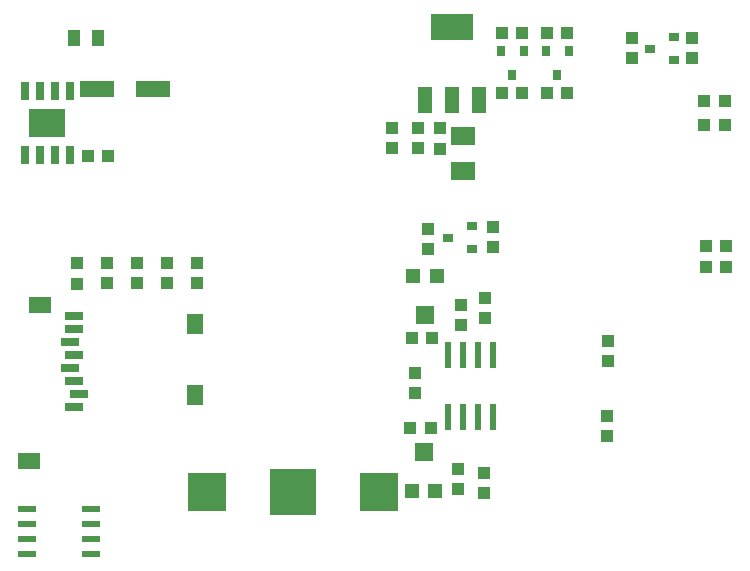
<source format=gbr>
G04 EAGLE Gerber RS-274X export*
G75*
%MOMM*%
%FSLAX34Y34*%
%LPD*%
%INSolderpaste Top*%
%IPPOS*%
%AMOC8*
5,1,8,0,0,1.08239X$1,22.5*%
G01*
%ADD10R,1.900000X1.400000*%
%ADD11R,1.400000X1.800000*%
%ADD12R,1.500000X0.700000*%
%ADD13R,1.100000X1.000000*%
%ADD14R,1.080000X1.050000*%
%ADD15R,0.600000X2.200000*%
%ADD16R,1.050000X1.080000*%
%ADD17R,1.500000X1.600000*%
%ADD18R,1.200000X1.200000*%
%ADD19R,0.650000X1.525000*%
%ADD20R,3.100000X2.400000*%
%ADD21R,1.000000X1.100000*%
%ADD22R,3.000000X1.400000*%
%ADD23R,1.100000X1.400000*%
%ADD24R,0.787400X0.889000*%
%ADD25R,0.889000X0.787400*%
%ADD26R,1.550000X0.600000*%
%ADD27R,3.962400X3.962400*%
%ADD28R,3.175000X3.175000*%
%ADD29R,2.000000X1.500000*%
%ADD30R,1.219200X2.235200*%
%ADD31R,3.600000X2.200000*%


D10*
X32240Y227140D03*
X23240Y95140D03*
D11*
X163240Y211140D03*
X163240Y151140D03*
D12*
X61240Y218140D03*
X61240Y207140D03*
X57240Y196140D03*
X61240Y185140D03*
X57240Y174140D03*
X61240Y163140D03*
X65240Y152140D03*
X61240Y141140D03*
D13*
X114300Y245500D03*
X114300Y262500D03*
X88900Y245500D03*
X88900Y262500D03*
X139700Y245500D03*
X139700Y262500D03*
X165100Y245500D03*
X165100Y262500D03*
D14*
X63500Y245250D03*
X63500Y262750D03*
D13*
X513080Y179460D03*
X513080Y196460D03*
X511810Y132960D03*
X511810Y115960D03*
D15*
X389890Y132750D03*
X389890Y184750D03*
X377190Y132750D03*
X402590Y132750D03*
X415290Y132750D03*
X377190Y184750D03*
X402590Y184750D03*
X415290Y184750D03*
D13*
X388620Y209940D03*
X388620Y226940D03*
X386080Y88510D03*
X386080Y71510D03*
D16*
X363080Y123190D03*
X345580Y123190D03*
X364350Y199390D03*
X346850Y199390D03*
D17*
X356870Y102630D03*
D18*
X346870Y69380D03*
X366870Y69380D03*
D17*
X358140Y218680D03*
D18*
X368140Y251930D03*
X348140Y251930D03*
D19*
X19050Y353880D03*
X31750Y353880D03*
X44450Y353880D03*
X57150Y353880D03*
X57150Y408120D03*
X44450Y408120D03*
X31750Y408120D03*
X19050Y408120D03*
D20*
X38100Y381000D03*
D21*
X89780Y353060D03*
X72780Y353060D03*
D22*
X128140Y410210D03*
X80140Y410210D03*
D23*
X81120Y453390D03*
X61120Y453390D03*
D24*
X479806Y441960D03*
X460502Y441960D03*
X470154Y421640D03*
D21*
X461400Y457200D03*
X478400Y457200D03*
X478400Y406400D03*
X461400Y406400D03*
D24*
X441706Y441960D03*
X422402Y441960D03*
X432054Y421640D03*
D21*
X423300Y457200D03*
X440300Y457200D03*
X423300Y406400D03*
X440300Y406400D03*
D25*
X568960Y434594D03*
X568960Y453898D03*
X548640Y444246D03*
X397510Y274574D03*
X397510Y293878D03*
X377190Y284226D03*
D13*
X533400Y453000D03*
X533400Y436000D03*
X584200Y453000D03*
X584200Y436000D03*
X360680Y291710D03*
X360680Y274710D03*
X415290Y292980D03*
X415290Y275980D03*
D26*
X75160Y16510D03*
X75160Y29210D03*
X75160Y41910D03*
X75160Y54610D03*
X21160Y54610D03*
X21160Y41910D03*
X21160Y29210D03*
X21160Y16510D03*
D27*
X246380Y68580D03*
D28*
X319405Y68580D03*
X173355Y68580D03*
D13*
X351790Y376800D03*
X351790Y359800D03*
X330200Y359800D03*
X330200Y376800D03*
D14*
X370840Y359550D03*
X370840Y377050D03*
D29*
X389890Y340600D03*
X389890Y370600D03*
D30*
X357886Y400812D03*
X381000Y400812D03*
X404114Y400812D03*
D31*
X381000Y462790D03*
D21*
X596020Y276860D03*
X613020Y276860D03*
D16*
X613270Y259080D03*
X595770Y259080D03*
D21*
X611750Y400050D03*
X594750Y400050D03*
D16*
X594500Y379730D03*
X612000Y379730D03*
D13*
X408940Y216290D03*
X408940Y233290D03*
X407670Y84700D03*
X407670Y67700D03*
D14*
X349250Y170040D03*
X349250Y152540D03*
M02*

</source>
